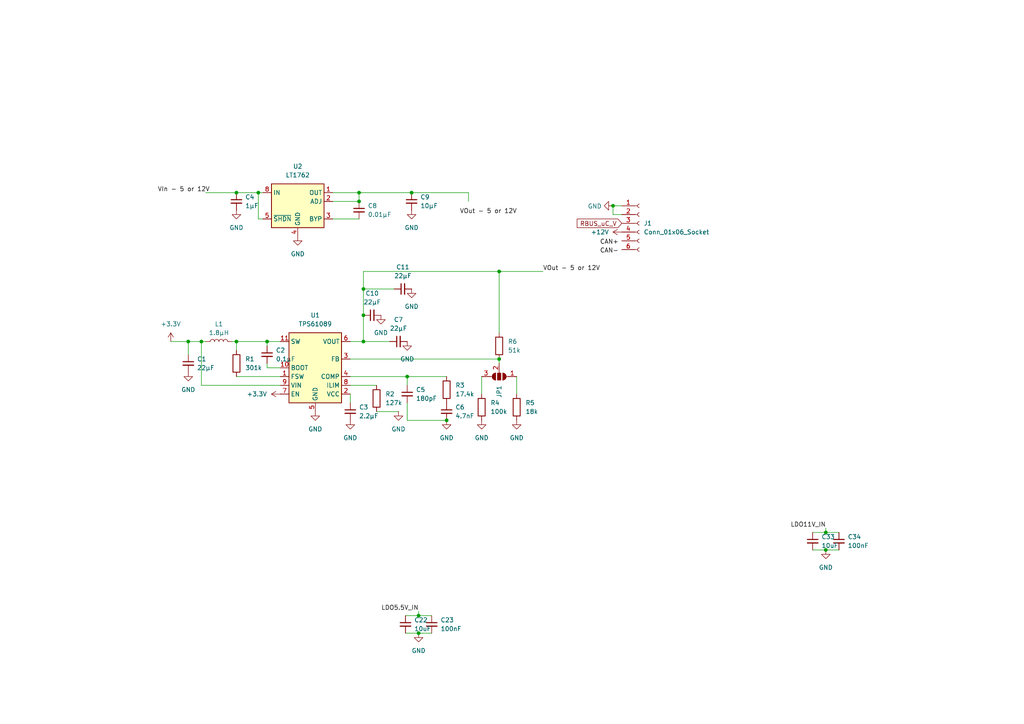
<source format=kicad_sch>
(kicad_sch (version 20231120) (generator "eeschema") (generator_version "8.0")
  (paper "A4")
  (lib_symbols
    (symbol "+3.3V_1" (power) (pin_numbers hide) (pin_names (offset 0) hide)
      (property "Value" "+3.3V" (at 0 3.556 0))
      (symbol "+3.3V_1_0_1"
        (polyline (pts (xy -0.762 1.27) (xy 0 2.54)))
        (polyline (pts (xy 0 0) (xy 0 2.54)))
        (polyline (pts (xy 0 2.54) (xy 0.762 1.27)))
      )
      (symbol "+3.3V_1_1_1"
        (pin power_in line (at 0 0 90) (length 0) (name "~") (number "1"))
      )
    )
    (symbol "Connector:Conn_01x06_Socket" (pin_names (offset 1.016) hide)
      (property "Reference" "J" (at 0 7.62 0))
      (property "Value" "Conn_01x06_Socket" (at 0 -10.16 0))
      (symbol "Conn_01x06_Socket_1_1"
        (arc (start 0 -7.112) (mid -0.5058 -7.62) (end 0 -8.128) (stroke (width 0.1524)))
        (arc (start 0 -4.572) (mid -0.5058 -5.08) (end 0 -5.588) (stroke (width 0.1524)))
        (arc (start 0 -2.032) (mid -0.5058 -2.54) (end 0 -3.048) (stroke (width 0.1524)))
        (polyline (pts (xy -1.27 -7.62) (xy -0.508 -7.62)) (stroke (width 0.1524)))
        (polyline (pts (xy -1.27 -5.08) (xy -0.508 -5.08)) (stroke (width 0.1524)))
        (polyline (pts (xy -1.27 -2.54) (xy -0.508 -2.54)) (stroke (width 0.1524)))
        (polyline (pts (xy -1.27 0) (xy -0.508 0)) (stroke (width 0.1524)))
        (polyline (pts (xy -1.27 2.54) (xy -0.508 2.54)) (stroke (width 0.1524)))
        (polyline (pts (xy -1.27 5.08) (xy -0.508 5.08)) (stroke (width 0.1524)))
        (arc (start 0 0.508) (mid -0.5058 0) (end 0 -0.508) (stroke (width 0.1524)))
        (arc (start 0 3.048) (mid -0.5058 2.54) (end 0 2.032) (stroke (width 0.1524)))
        (arc (start 0 5.588) (mid -0.5058 5.08) (end 0 4.572) (stroke (width 0.1524)))
        (pin passive line (at -5.08 5.08 0) (length 3.81) (name "Pin_1") (number "1"))
        (pin passive line (at -5.08 2.54 0) (length 3.81) (name "Pin_2") (number "2"))
        (pin passive line (at -5.08 0 0) (length 3.81) (name "Pin_3") (number "3"))
        (pin passive line (at -5.08 -2.54 0) (length 3.81) (name "Pin_4") (number "4"))
        (pin passive line (at -5.08 -5.08 0) (length 3.81) (name "Pin_5") (number "5"))
        (pin passive line (at -5.08 -7.62 0) (length 3.81) (name "Pin_6") (number "6"))
      )
    )
    (symbol "Device:C_Small" (pin_numbers hide) (pin_names (offset 0.254) hide)
      (property "Reference" "C" (at 0.254 1.778 0))
      (property "Value" "C_Small" (at 0.254 -2.032 0))
      (symbol "C_Small_0_1"
        (polyline (pts (xy -1.524 -0.508) (xy 1.524 -0.508)) (stroke (width 0.3302)))
        (polyline (pts (xy -1.524 0.508) (xy 1.524 0.508)) (stroke (width 0.3048)))
      )
      (symbol "C_Small_1_1"
        (pin passive line (at 0 2.54 270) (length 2.032) (name "~") (number "1"))
        (pin passive line (at 0 -2.54 90) (length 2.032) (name "~") (number "2"))
      )
    )
    (symbol "Device:L" (pin_numbers hide) (pin_names (offset 1.016) hide)
      (property "Reference" "L" (at -1.27 0 90))
      (property "Value" "L" (at 1.905 0 90))
      (symbol "L_0_1"
        (arc (start 0 -2.54) (mid 0.6323 -1.905) (end 0 -1.27))
        (arc (start 0 -1.27) (mid 0.6323 -0.635) (end 0 0))
        (arc (start 0 0) (mid 0.6323 0.635) (end 0 1.27))
        (arc (start 0 1.27) (mid 0.6323 1.905) (end 0 2.54))
      )
      (symbol "L_1_1"
        (pin passive line (at 0 3.81 270) (length 1.27) (name "1") (number "1"))
        (pin passive line (at 0 -3.81 90) (length 1.27) (name "2") (number "2"))
      )
    )
    (symbol "Device:R" (pin_numbers hide) (pin_names (offset 0))
      (property "Reference" "R" (at 2.032 0 90))
      (property "Value" "R" (at 0 0 90))
      (symbol "R_0_1"
        (rectangle (start -1.016 -2.54) (end 1.016 2.54) (stroke (width 0.254)))
      )
      (symbol "R_1_1"
        (pin passive line (at 0 3.81 270) (length 1.27) (name "~") (number "1"))
        (pin passive line (at 0 -3.81 90) (length 1.27) (name "~") (number "2"))
      )
    )
    (symbol "Jumper:SolderJumper_3_Open" (pin_names (offset 0) hide)
      (property "Reference" "JP" (at -2.54 -2.54 0))
      (property "Value" "SolderJumper_3_Open" (at 0 2.794 0))
      (symbol "SolderJumper_3_Open_0_1"
        (arc (start -1.016 1.016) (mid -2.0276 0) (end -1.016 -1.016))
        (arc (start -1.016 1.016) (mid -2.0276 0) (end -1.016 -1.016) (fill (type outline)))
        (rectangle (start -0.508 1.016) (end 0.508 -1.016) (fill (type outline)))
        (polyline (pts (xy -2.54 0) (xy -2.032 0)))
        (polyline (pts (xy -1.016 1.016) (xy -1.016 -1.016)))
        (polyline (pts (xy 0 -1.27) (xy 0 -1.016)))
        (polyline (pts (xy 1.016 1.016) (xy 1.016 -1.016)))
        (polyline (pts (xy 2.54 0) (xy 2.032 0)))
        (arc (start 1.016 -1.016) (mid 2.0276 0) (end 1.016 1.016))
        (arc (start 1.016 -1.016) (mid 2.0276 0) (end 1.016 1.016) (fill (type outline)))
      )
      (symbol "SolderJumper_3_Open_1_1"
        (pin passive line (at -5.08 0 0) (length 2.54) (name "A") (number "1"))
        (pin input line (at 0 -3.81 90) (length 2.54) (name "C") (number "2"))
        (pin passive line (at 5.08 0 180) (length 2.54) (name "B") (number "3"))
      )
    )
    (symbol "Regulator_Linear:LT1762"
      (property "Reference" "U" (at -7.62 8.89 0))
      (property "Value" "LT1762" (at 1.27 -6.35 0))
      (symbol "LT1762_0_1"
        (rectangle (start -7.62 7.62) (end 7.62 -5.08) (stroke (width 0.254)) (fill (type background)))
      )
      (symbol "LT1762_1_1"
        (pin power_out line (at 10.16 5.08 180) (length 2.54) (name "OUT") (number "1"))
        (pin input line (at 10.16 2.54 180) (length 2.54) (name "ADJ") (number "2"))
        (pin passive line (at 10.16 -2.54 180) (length 2.54) (name "BYP") (number "3"))
        (pin power_in line (at 0 -7.62 90) (length 2.54) (name "GND") (number "4"))
        (pin input line (at -10.16 -2.54 0) (length 2.54) (name "~{SHDN}") (number "5"))
        (pin no_connect line (at 2.54 5.08 90) (length 2.54) hide (name "NC") (number "6"))
        (pin no_connect line (at 2.54 2.54 90) (length 2.54) hide (name "NC") (number "7"))
        (pin power_in line (at -10.16 5.08 0) (length 2.54) (name "IN") (number "8"))
      )
    )
    (symbol "Regulator_Switching:TPS61089"
      (property "Reference" "U" (at -6.35 11.43 0))
      (property "Value" "TPS61089" (at 6.35 11.43 0))
      (symbol "TPS61089_0_1"
        (rectangle (start -7.62 10.16) (end 7.62 -10.16) (stroke (width 0.254)) (fill (type background)))
      )
      (symbol "TPS61089_1_1"
        (pin passive line (at -10.16 -2.54 0) (length 2.54) (name "FSW") (number "1"))
        (pin passive line (at -10.16 0 0) (length 2.54) (name "BOOT") (number "10"))
        (pin input line (at -10.16 7.62 0) (length 2.54) (name "SW") (number "11"))
        (pin passive line (at 10.16 -7.62 180) (length 2.54) (name "VCC") (number "2"))
        (pin input line (at 10.16 2.54 180) (length 2.54) (name "FB") (number "3"))
        (pin passive line (at 10.16 -2.54 180) (length 2.54) (name "COMP") (number "4"))
        (pin power_in line (at 0 -12.7 90) (length 2.54) (name "GND") (number "5"))
        (pin power_out line (at 10.16 7.62 180) (length 2.54) (name "VOUT") (number "6"))
        (pin input line (at -10.16 -7.62 0) (length 2.54) (name "EN") (number "7"))
        (pin passive line (at 10.16 -5.08 180) (length 2.54) (name "ILIM") (number "8"))
        (pin power_in line (at -10.16 -5.08 0) (length 2.54) (name "VIN") (number "9"))
      )
    )
    (symbol "power:+12V" (power) (pin_names (offset 0))
      (property "Value" "+12V" (at 0 3.556 0))
      (symbol "+12V_0_1"
        (polyline (pts (xy -0.762 1.27) (xy 0 2.54)))
        (polyline (pts (xy 0 0) (xy 0 2.54)))
        (polyline (pts (xy 0 2.54) (xy 0.762 1.27)))
      )
      (symbol "+12V_1_1"
        (pin power_in line (at 0 0 90) (length 0) hide (name "+12V") (number "1"))
      )
    )
    (symbol "power:GND" (power) (pin_numbers hide) (pin_names (offset 0) hide)
      (property "Value" "GND" (at 0 -3.81 0))
      (symbol "GND_0_1"
        (polyline (pts (xy 0 0) (xy 0 -1.27) (xy 1.27 -1.27) (xy 0 -2.54) (xy -1.27 -1.27) (xy 0 -1.27)))
      )
      (symbol "GND_1_1"
        (pin power_in line (at 0 0 270) (length 0) (name "~") (number "1"))
      )
    )
  )
  (junction (at 129.54 121.92))
  (junction (at 74.93 55.88))
  (junction (at 105.41 99.06))
  (junction (at 239.522 159.512))
  (junction (at 104.14 58.42))
  (junction (at 144.78 104.14))
  (junction (at 121.412 183.642))
  (junction (at 68.58 99.06))
  (junction (at 54.61 99.06))
  (junction (at 121.412 178.562))
  (junction (at 58.42 99.06))
  (junction (at 144.78 78.74))
  (junction (at 239.522 154.432))
  (junction (at 119.38 55.88))
  (junction (at 118.11 109.22))
  (junction (at 105.41 83.82))
  (junction (at 105.41 91.44))
  (junction (at 104.14 55.88))
  (junction (at 77.47 99.06))
  (junction (at 68.58 55.88))
  (junction (at 177.8 59.69))
  (wire (pts (xy 239.522 159.512) (xy 243.332 159.512)))
  (wire (pts (xy 105.41 83.82) (xy 105.41 78.74)))
  (wire (pts (xy 101.6 99.06) (xy 105.41 99.06)))
  (wire (pts (xy 68.58 99.06) (xy 68.58 101.6)))
  (wire (pts (xy 59.69 55.88) (xy 68.58 55.88)))
  (wire (pts (xy 54.61 99.06) (xy 58.42 99.06)))
  (wire (pts (xy 149.86 109.22) (xy 149.86 114.3)))
  (wire (pts (xy 118.11 121.92) (xy 129.54 121.92)))
  (wire (pts (xy 68.58 55.88) (xy 74.93 55.88)))
  (wire (pts (xy 117.602 178.562) (xy 121.412 178.562)))
  (wire (pts (xy 74.93 55.88) (xy 74.93 63.5)))
  (wire (pts (xy 139.7 109.22) (xy 139.7 114.3)))
  (wire (pts (xy 135.89 55.88) (xy 135.89 58.42)))
  (wire (pts (xy 101.6 111.76) (xy 109.22 111.76)))
  (wire (pts (xy 105.41 99.06) (xy 113.03 99.06)))
  (wire (pts (xy 144.78 104.14) (xy 144.78 105.41)))
  (wire (pts (xy 101.6 104.14) (xy 144.78 104.14)))
  (wire (pts (xy 105.41 83.82) (xy 114.3 83.82)))
  (wire (pts (xy 180.34 62.23) (xy 177.8 62.23)))
  (wire (pts (xy 74.93 63.5) (xy 76.2 63.5)))
  (wire (pts (xy 77.47 99.06) (xy 77.47 100.33)))
  (wire (pts (xy 105.41 99.06) (xy 105.41 91.44)))
  (wire (pts (xy 104.14 58.42) (xy 104.14 55.88)))
  (wire (pts (xy 54.61 99.06) (xy 54.61 102.87)))
  (wire (pts (xy 144.78 78.74) (xy 157.48 78.74)))
  (wire (pts (xy 59.69 99.06) (xy 58.42 99.06)))
  (wire (pts (xy 96.52 58.42) (xy 104.14 58.42)))
  (wire (pts (xy 121.412 183.642) (xy 125.222 183.642)))
  (wire (pts (xy 58.42 111.76) (xy 81.28 111.76)))
  (wire (pts (xy 118.11 116.84) (xy 118.11 121.92)))
  (wire (pts (xy 105.41 78.74) (xy 144.78 78.74)))
  (wire (pts (xy 239.522 154.432) (xy 243.332 154.432)))
  (wire (pts (xy 235.712 159.512) (xy 239.522 159.512)))
  (wire (pts (xy 109.22 119.38) (xy 115.57 119.38)))
  (wire (pts (xy 74.93 55.88) (xy 76.2 55.88)))
  (wire (pts (xy 177.8 62.23) (xy 177.8 59.69)))
  (wire (pts (xy 121.412 178.562) (xy 125.222 178.562)))
  (wire (pts (xy 77.47 99.06) (xy 81.28 99.06)))
  (wire (pts (xy 101.6 114.3) (xy 101.6 116.84)))
  (wire (pts (xy 121.412 177.292) (xy 121.412 178.562)))
  (wire (pts (xy 144.78 78.74) (xy 144.78 96.52)))
  (wire (pts (xy 118.11 109.22) (xy 129.54 109.22)))
  (wire (pts (xy 67.31 99.06) (xy 68.58 99.06)))
  (wire (pts (xy 104.14 55.88) (xy 119.38 55.88)))
  (wire (pts (xy 117.602 183.642) (xy 121.412 183.642)))
  (wire (pts (xy 105.41 91.44) (xy 105.41 83.82)))
  (wire (pts (xy 68.58 99.06) (xy 77.47 99.06)))
  (wire (pts (xy 96.52 63.5) (xy 104.14 63.5)))
  (wire (pts (xy 77.47 105.41) (xy 77.47 106.68)))
  (wire (pts (xy 118.11 109.22) (xy 101.6 109.22)))
  (wire (pts (xy 58.42 99.06) (xy 58.42 111.76)))
  (wire (pts (xy 118.11 109.22) (xy 118.11 111.76)))
  (wire (pts (xy 239.522 153.162) (xy 239.522 154.432)))
  (wire (pts (xy 96.52 55.88) (xy 104.14 55.88)))
  (wire (pts (xy 49.53 99.06) (xy 54.61 99.06)))
  (wire (pts (xy 77.47 106.68) (xy 81.28 106.68)))
  (wire (pts (xy 177.8 59.69) (xy 180.34 59.69)))
  (wire (pts (xy 119.38 55.88) (xy 135.89 55.88)))
  (wire (pts (xy 68.58 109.22) (xy 81.28 109.22)))
  (wire (pts (xy 235.712 154.432) (xy 239.522 154.432)))
  (label "LDO11V_IN" (at 239.522 153.162 180))
  (label "CAN-" (at 173.99 73.66 0))
  (label "LDO5.5V_IN" (at 121.412 177.292 180))
  (label "CAN+" (at 173.99 71.12 0))
  (label "VOut - 5 or 12V" (at 157.48 78.74 0))
  (label "VOut - 5 or 12V" (at 133.35 62.23 0))
  (label "VIn - 5 or 12V" (at 45.72 55.88 0))
  (global_label "RBUS_uC_V" (shape input) (at 180.34 64.77 180) (property "Intersheetrefs" "${INTERSHEET_REFS}" (effects (hide yes))))
  (symbol (lib_id "power:GND") (at 110.49 91.44 0) (unit 1)
    (property "Reference" "#PWR015" (effects (hide yes)))
    (property "Value" "GND" (at 110.49 96.52 0))
    (property "Description" "Power symbol creates a global label with name \"GND\" , ground" (effects (hide yes)))
  )
  (symbol (lib_id "power:GND") (at 54.61 107.95 0) (unit 1)
    (property "Reference" "#PWR01" (effects (hide yes)))
    (property "Value" "GND" (at 54.61 113.03 0))
    (property "Description" "Power symbol creates a global label with name \"GND\" , ground" (effects (hide yes)))
  )
  (symbol (lib_id "Device:C_Small") (at 115.57 99.06 90) (unit 1)
    (property "Reference" "C7" (at 115.5763 92.71 90))
    (property "Value" "22µF" (at 115.5763 95.25 90))
    (property "Description" "Unpolarized capacitor, small symbol" (effects (hide yes)))
  )
  (symbol (lib_id "Device:C_Small") (at 118.11 114.3 0) (unit 1)
    (property "Reference" "C5" (at 120.65 113.0362 0) (effects (justify left)))
    (property "Value" "180pF" (at 120.65 115.5762 0) (effects (justify left)))
    (property "Description" "Unpolarized capacitor, small symbol" (effects (hide yes)))
  )
  (symbol (lib_id "power:GND") (at 239.522 159.512 0) (unit 1)
    (property "Reference" "#PWR043" (effects (hide yes)))
    (property "Value" "GND" (at 239.522 164.592 0))
  )
  (symbol (lib_id "Device:R") (at 68.58 105.41 0) (unit 1)
    (property "Reference" "R1" (at 71.12 104.1399 0) (effects (justify left)))
    (property "Value" "301k" (at 71.12 106.6799 0) (effects (justify left)))
    (property "Description" "Resistor" (effects (hide yes)))
  )
  (symbol (lib_id "Device:C_Small") (at 235.712 156.972 0) (unit 1)
    (property "Reference" "C33" (at 238.252 155.7082 0) (effects (justify left)))
    (property "Value" "10uF" (at 238.252 158.2482 0) (effects (justify left)))
    (property "Footprint" "Capacitor_SMD:C_0402_1005Metric" (effects (hide yes)))
  )
  (symbol (lib_id "power:GND") (at 86.36 68.58 0) (unit 1)
    (property "Reference" "#PWR012" (effects (hide yes)))
    (property "Value" "GND" (at 86.36 73.66 0))
    (property "Description" "Power symbol creates a global label with name \"GND\" , ground" (effects (hide yes)))
  )
  (symbol (lib_id "power:GND") (at 118.11 99.06 0) (unit 1)
    (property "Reference" "#PWR08" (effects (hide yes)))
    (property "Value" "GND" (at 118.11 104.14 0))
    (property "Description" "Power symbol creates a global label with name \"GND\" , ground" (effects (hide yes)))
  )
  (symbol (lib_id "power:GND") (at 91.44 119.38 0) (unit 1)
    (property "Reference" "#PWR06" (effects (hide yes)))
    (property "Value" "GND" (at 91.44 124.46 0))
    (property "Description" "Power symbol creates a global label with name \"GND\" , ground" (effects (hide yes)))
  )
  (symbol (lib_name "+3.3V_1") (lib_id "power:+3.3V") (at 81.28 114.3 90) (unit 1)
    (property "Reference" "#PWR014" (effects (hide yes)))
    (property "Value" "+3.3V" (at 77.47 114.2999 90) (effects (justify left)))
    (property "Description" "Power symbol creates a global label with name \"+3.3V\"" (effects (hide yes)))
  )
  (symbol (lib_id "Device:R") (at 129.54 113.03 0) (unit 1)
    (property "Reference" "R3" (at 132.08 111.7599 0) (effects (justify left)))
    (property "Value" "17.4k" (at 132.08 114.2999 0) (effects (justify left)))
    (property "Description" "Resistor" (effects (hide yes)))
  )
  (symbol (lib_id "Device:R") (at 139.7 118.11 0) (unit 1)
    (property "Reference" "R4" (at 142.24 116.8399 0) (effects (justify left)))
    (property "Value" "100k" (at 142.24 119.3799 0) (effects (justify left)))
    (property "Description" "Resistor" (effects (hide yes)))
  )
  (symbol (lib_id "Device:R") (at 144.78 100.33 0) (unit 1)
    (property "Reference" "R6" (at 147.32 99.0599 0) (effects (justify left)))
    (property "Value" "51k" (at 147.32 101.5999 0) (effects (justify left)))
    (property "Description" "Resistor" (effects (hide yes)))
  )
  (symbol (lib_id "Device:C_Small") (at 77.47 102.87 0) (unit 1)
    (property "Reference" "C2" (at 80.01 101.6062 0) (effects (justify left)))
    (property "Value" "0.1µF" (at 80.01 104.1462 0) (effects (justify left)))
    (property "Description" "Unpolarized capacitor, small symbol" (effects (hide yes)))
  )
  (symbol (lib_id "power:GND") (at 119.38 60.96 0) (unit 1)
    (property "Reference" "#PWR013" (effects (hide yes)))
    (property "Value" "GND" (at 119.38 66.04 0))
    (property "Description" "Power symbol creates a global label with name \"GND\" , ground" (effects (hide yes)))
  )
  (symbol (lib_id "Device:C_Small") (at 104.14 60.96 0) (unit 1)
    (property "Reference" "C8" (at 106.68 59.6962 0) (effects (justify left)))
    (property "Value" "0.01µF" (at 106.68 62.2362 0) (effects (justify left)))
    (property "Description" "Unpolarized capacitor, small symbol" (effects (hide yes)))
  )
  (symbol (lib_id "Device:C_Small") (at 129.54 119.38 0) (unit 1)
    (property "Reference" "C6" (at 132.08 118.1162 0) (effects (justify left)))
    (property "Value" "4.7nF" (at 132.08 120.6562 0) (effects (justify left)))
    (property "Description" "Unpolarized capacitor, small symbol" (effects (hide yes)))
  )
  (symbol (lib_id "Device:R") (at 109.22 115.57 0) (unit 1)
    (property "Reference" "R2" (at 111.76 114.2999 0) (effects (justify left)))
    (property "Value" "127k" (at 111.76 116.8399 0) (effects (justify left)))
    (property "Description" "Resistor" (effects (hide yes)))
  )
  (symbol (lib_id "Device:C_Small") (at 243.332 156.972 0) (unit 1)
    (property "Reference" "C34" (at 245.872 155.7082 0) (effects (justify left)))
    (property "Value" "100nF" (at 245.872 158.2482 0) (effects (justify left)))
    (property "Footprint" "Capacitor_SMD:C_0402_1005Metric" (effects (hide yes)))
  )
  (symbol (lib_id "power:GND") (at 177.8 59.69 270) (unit 1)
    (property "Reference" "#PWR018" (effects (hide yes)))
    (property "Value" "GND" (at 174.5488 59.817 90) (effects (justify right)))
  )
  (symbol (lib_id "power:GND") (at 101.6 121.92 0) (unit 1)
    (property "Reference" "#PWR03" (effects (hide yes)))
    (property "Value" "GND" (at 101.6 127 0))
    (property "Description" "Power symbol creates a global label with name \"GND\" , ground" (effects (hide yes)))
  )
  (symbol (lib_id "Device:R") (at 149.86 118.11 0) (unit 1)
    (property "Reference" "R5" (at 152.4 116.8399 0) (effects (justify left)))
    (property "Value" "18k" (at 152.4 119.3799 0) (effects (justify left)))
    (property "Description" "Resistor" (effects (hide yes)))
  )
  (symbol (lib_id "Device:C_Small") (at 117.602 181.102 0) (unit 1)
    (property "Reference" "C22" (at 120.142 179.8382 0) (effects (justify left)))
    (property "Value" "10uF" (at 120.142 182.3782 0) (effects (justify left)))
    (property "Footprint" "Capacitor_SMD:C_0402_1005Metric" (effects (hide yes)))
  )
  (symbol (lib_id "power:GND") (at 119.38 83.82 0) (unit 1)
    (property "Reference" "#PWR016" (effects (hide yes)))
    (property "Value" "GND" (at 119.38 88.9 0))
    (property "Description" "Power symbol creates a global label with name \"GND\" , ground" (effects (hide yes)))
  )
  (symbol (lib_id "Device:C_Small") (at 116.84 83.82 90) (unit 1)
    (property "Reference" "C11" (at 116.8463 77.47 90))
    (property "Value" "22µF" (at 116.8463 80.01 90))
    (property "Description" "Unpolarized capacitor, small symbol" (effects (hide yes)))
  )
  (symbol (lib_id "Device:C_Small") (at 119.38 58.42 0) (unit 1)
    (property "Reference" "C9" (at 121.92 57.1562 0) (effects (justify left)))
    (property "Value" "10µF" (at 121.92 59.6962 0) (effects (justify left)))
    (property "Description" "Unpolarized capacitor, small symbol" (effects (hide yes)))
  )
  (symbol (lib_id "Device:C_Small") (at 125.222 181.102 0) (unit 1)
    (property "Reference" "C23" (at 127.762 179.8382 0) (effects (justify left)))
    (property "Value" "100nF" (at 127.762 182.3782 0) (effects (justify left)))
    (property "Footprint" "Capacitor_SMD:C_0402_1005Metric" (effects (hide yes)))
  )
  (symbol (lib_id "power:GND") (at 121.412 183.642 0) (unit 1)
    (property "Reference" "#PWR030" (effects (hide yes)))
    (property "Value" "GND" (at 121.412 188.722 0))
  )
  (symbol (lib_id "power:GND") (at 115.57 119.38 0) (unit 1)
    (property "Reference" "#PWR04" (effects (hide yes)))
    (property "Value" "GND" (at 115.57 124.46 0))
    (property "Description" "Power symbol creates a global label with name \"GND\" , ground" (effects (hide yes)))
  )
  (symbol (lib_id "Jumper:SolderJumper_3_Open") (at 144.78 109.22 180) (unit 1)
    (property "Reference" "JP1" (at 144.78 111.76 90) (effects (justify left)))
    (property "Value" "SolderJumper_3_Open" (effects (hide yes)))
    (property "Footprint" "Jumper:SolderJumper-3_P1.3mm_Open_RoundedPad1.0x1.5mm_NumberLabels" (effects (hide yes)))
  )
  (symbol (lib_id "Device:C_Small") (at 101.6 119.38 0) (unit 1)
    (property "Reference" "C3" (at 104.14 118.1162 0) (effects (justify left)))
    (property "Value" "2.2µF" (at 104.14 120.6562 0) (effects (justify left)))
    (property "Description" "Unpolarized capacitor, small symbol" (effects (hide yes)))
  )
  (symbol (lib_id "power:GND") (at 139.7 121.92 0) (unit 1)
    (property "Reference" "#PWR09" (effects (hide yes)))
    (property "Value" "GND" (at 139.7 127 0))
    (property "Description" "Power symbol creates a global label with name \"GND\" , ground" (effects (hide yes)))
  )
  (symbol (lib_name "+3.3V_1") (lib_id "power:+3.3V") (at 49.53 99.06 0) (unit 1)
    (property "Reference" "#PWR02" (effects (hide yes)))
    (property "Value" "+3.3V" (at 49.53 93.98 0))
    (property "Description" "Power symbol creates a global label with name \"+3.3V\"" (effects (hide yes)))
  )
  (symbol (lib_id "power:GND") (at 129.54 121.92 0) (unit 1)
    (property "Reference" "#PWR05" (effects (hide yes)))
    (property "Value" "GND" (at 129.54 127 0))
    (property "Description" "Power symbol creates a global label with name \"GND\" , ground" (effects (hide yes)))
  )
  (symbol (lib_id "power:GND") (at 68.58 60.96 0) (unit 1)
    (property "Reference" "#PWR010" (effects (hide yes)))
    (property "Value" "GND" (at 68.58 66.04 0))
    (property "Description" "Power symbol creates a global label with name \"GND\" , ground" (effects (hide yes)))
  )
  (symbol (lib_id "power:+12V") (at 180.34 67.31 90) (unit 1)
    (property "Reference" "#PWR019" (effects (hide yes)))
    (property "Value" "+12V" (at 173.99 67.31 90))
  )
  (symbol (lib_id "Device:L") (at 63.5 99.06 90) (unit 1)
    (property "Reference" "L1" (at 63.5 93.98 90))
    (property "Value" "1.8µH" (at 63.5 96.52 90))
    (property "Description" "Inductor" (effects (hide yes)))
  )
  (symbol (lib_id "Device:C_Small") (at 107.95 91.44 90) (unit 1)
    (property "Reference" "C10" (at 107.9563 85.09 90))
    (property "Value" "22µF" (at 107.9563 87.63 90))
    (property "Description" "Unpolarized capacitor, small symbol" (effects (hide yes)))
  )
  (symbol (lib_id "Connector:Conn_01x06_Socket") (at 185.42 64.77 0) (unit 1)
    (property "Reference" "J1" (at 186.69 64.7699 0) (effects (justify left)))
    (property "Value" "Conn_01x06_Socket" (at 186.69 67.3099 0) (effects (justify left)))
    (property "Description" "Generic connector, single row, 01x06, script generated" (effects (hide yes)))
  )
  (symbol (lib_id "Regulator_Switching:TPS61089") (at 91.44 106.68 0) (unit 1)
    (property "Reference" "U1" (at 91.44 91.44 0))
    (property "Value" "TPS61089" (at 91.44 93.98 0))
    (property "Footprint" "Package_DFN_QFN:Texas_VQFN-RNR0011A-11" (effects (hide yes)))
    (property "Datasheet" "http://www.ti.com/lit/ds/symlink/tps61089.pdf" (effects (hide yes)))
    (property "Description" "7A Boost Converters, Adjustable output voltage (PFM), input 2.7 to 12V , output 4.5 to 12.6V, VQFN-11" (effects (hide yes)))
  )
  (symbol (lib_id "power:GND") (at 149.86 121.92 0) (unit 1)
    (property "Reference" "#PWR011" (effects (hide yes)))
    (property "Value" "GND" (at 149.86 127 0))
    (property "Description" "Power symbol creates a global label with name \"GND\" , ground" (effects (hide yes)))
  )
  (symbol (lib_id "Device:C_Small") (at 54.61 105.41 0) (unit 1)
    (property "Reference" "C1" (at 57.15 104.1462 0) (effects (justify left)))
    (property "Value" "22µF" (at 57.15 106.6862 0) (effects (justify left)))
    (property "Description" "Unpolarized capacitor, small symbol" (effects (hide yes)))
  )
  (symbol (lib_id "Device:C_Small") (at 68.58 58.42 0) (unit 1)
    (property "Reference" "C4" (at 71.12 57.1562 0) (effects (justify left)))
    (property "Value" "1µF" (at 71.12 59.6962 0) (effects (justify left)))
    (property "Description" "Unpolarized capacitor, small symbol" (effects (hide yes)))
  )
  (symbol (lib_id "Regulator_Linear:LT1762") (at 86.36 60.96 0) (unit 1)
    (property "Reference" "U2" (at 86.36 48.26 0))
    (property "Value" "LT1762" (at 86.36 50.8 0))
    (property "Footprint" "Package_SO:MSOP-8_3x3mm_P0.65mm" (effects (hide yes)))
    (property "Datasheet" "https://www.analog.com/media/en/technical-documentation/data-sheets/LT1762.pdf" (effects (hide yes)))
    (property "Description" "150mA, Adjustable, Low Noise, Micropower LDO Regulator, MSOP-8" (effects (hide yes)))
  )
)
</source>
